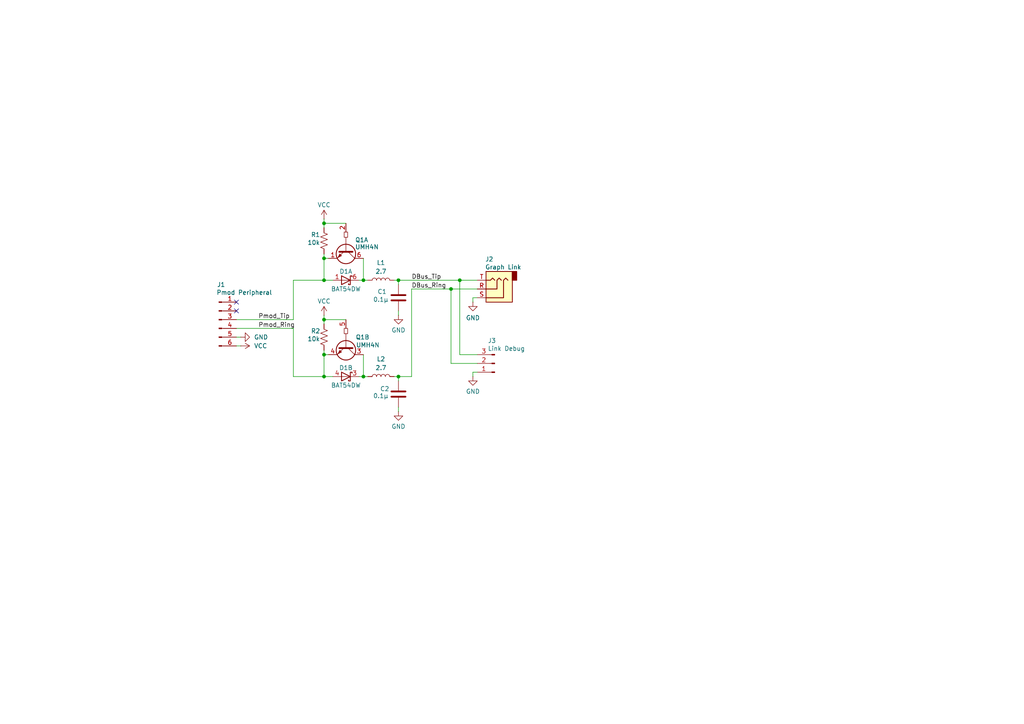
<source format=kicad_sch>
(kicad_sch (version 20250114) (generator "eeschema") (generator_version "9.0")
  (paper "A4")
  (lib_symbols
    (symbol "Connector:Conn_01x03_Pin" (pin_names (offset 1.016) (hide yes))
      (property "Reference" "J" (at 0 5.08 0))
      (property "Value" "Conn_01x03_Pin" (at 0 -5.08 0))
      (symbol "Conn_01x03_Pin_1_1"
        (rectangle (start 0.8636 2.667) (end 0 2.413) (stroke (width 0.1524)) (fill (type outline)))
        (rectangle (start 0.8636 0.127) (end 0 -0.127) (stroke (width 0.1524)) (fill (type outline)))
        (rectangle (start 0.8636 -2.413) (end 0 -2.667) (stroke (width 0.1524)) (fill (type outline)))
        (polyline (pts (xy 1.27 2.54) (xy 0.8636 2.54)) (stroke (width 0.1524)))
        (polyline (pts (xy 1.27 0) (xy 0.8636 0)) (stroke (width 0.1524)))
        (polyline (pts (xy 1.27 -2.54) (xy 0.8636 -2.54)) (stroke (width 0.1524)))
        (pin passive line (at 5.08 2.54 180) (length 3.81) (name "Pin_1") (number "1"))
        (pin passive line (at 5.08 0 180) (length 3.81) (name "Pin_2") (number "2"))
        (pin passive line (at 5.08 -2.54 180) (length 3.81) (name "Pin_3") (number "3"))
      )
    )
    (symbol "Connector:Conn_01x06_Pin" (pin_names (offset 1.016) (hide yes))
      (property "Reference" "J" (at 0 7.62 0))
      (property "Value" "Conn_01x06_Pin" (at 0 -10.16 0))
      (symbol "Conn_01x06_Pin_1_1"
        (rectangle (start 0.8636 5.207) (end 0 4.953) (stroke (width 0.1524)) (fill (type outline)))
        (rectangle (start 0.8636 2.667) (end 0 2.413) (stroke (width 0.1524)) (fill (type outline)))
        (rectangle (start 0.8636 0.127) (end 0 -0.127) (stroke (width 0.1524)) (fill (type outline)))
        (rectangle (start 0.8636 -2.413) (end 0 -2.667) (stroke (width 0.1524)) (fill (type outline)))
        (rectangle (start 0.8636 -4.953) (end 0 -5.207) (stroke (width 0.1524)) (fill (type outline)))
        (rectangle (start 0.8636 -7.493) (end 0 -7.747) (stroke (width 0.1524)) (fill (type outline)))
        (polyline (pts (xy 1.27 5.08) (xy 0.8636 5.08)) (stroke (width 0.1524)))
        (polyline (pts (xy 1.27 2.54) (xy 0.8636 2.54)) (stroke (width 0.1524)))
        (polyline (pts (xy 1.27 0) (xy 0.8636 0)) (stroke (width 0.1524)))
        (polyline (pts (xy 1.27 -2.54) (xy 0.8636 -2.54)) (stroke (width 0.1524)))
        (polyline (pts (xy 1.27 -5.08) (xy 0.8636 -5.08)) (stroke (width 0.1524)))
        (polyline (pts (xy 1.27 -7.62) (xy 0.8636 -7.62)) (stroke (width 0.1524)))
        (pin passive line (at 5.08 5.08 180) (length 3.81) (name "Pin_1") (number "1"))
        (pin passive line (at 5.08 2.54 180) (length 3.81) (name "Pin_2") (number "2"))
        (pin passive line (at 5.08 0 180) (length 3.81) (name "Pin_3") (number "3"))
        (pin passive line (at 5.08 -2.54 180) (length 3.81) (name "Pin_4") (number "4"))
        (pin passive line (at 5.08 -5.08 180) (length 3.81) (name "Pin_5") (number "5"))
        (pin passive line (at 5.08 -7.62 180) (length 3.81) (name "Pin_6") (number "6"))
      )
    )
    (symbol "Connector_Audio:AudioJack3"
      (property "Reference" "J" (at 0 8.89 0))
      (property "Value" "AudioJack3" (at 0 6.35 0))
      (symbol "AudioJack3_0_1"
        (rectangle (start -5.08 -5.08) (end -6.35 -2.54) (stroke (width 0.254)) (fill (type outline)))
        (polyline (pts (xy -1.905 -2.54) (xy -1.27 -3.175) (xy -0.635 -2.54) (xy -0.635 0) (xy 2.54 0)) (stroke (width 0.254)))
        (polyline (pts (xy 0 -2.54) (xy 0.635 -3.175) (xy 1.27 -2.54) (xy 2.54 -2.54)) (stroke (width 0.254)))
        (rectangle (start 2.54 3.81) (end -5.08 -5.08) (stroke (width 0.254)) (fill (type background)))
        (polyline (pts (xy 2.54 2.54) (xy -2.54 2.54) (xy -2.54 -2.54) (xy -3.175 -3.175) (xy -3.81 -2.54)) (stroke (width 0.254)))
      )
      (symbol "AudioJack3_1_1"
        (pin passive line (at 5.08 2.54 180) (length 2.54) (name "~") (number "S"))
        (pin passive line (at 5.08 0 180) (length 2.54) (name "~") (number "R"))
        (pin passive line (at 5.08 -2.54 180) (length 2.54) (name "~") (number "T"))
      )
    )
    (symbol "Device:C" (pin_numbers (hide yes)) (pin_names (offset 0.254))
      (property "Reference" "C" (at 0.635 2.54 0))
      (property "Value" "C" (at 0.635 -2.54 0))
      (symbol "C_0_1"
        (polyline (pts (xy -2.032 0.762) (xy 2.032 0.762)) (stroke (width 0.508)))
        (polyline (pts (xy -2.032 -0.762) (xy 2.032 -0.762)) (stroke (width 0.508)))
      )
      (symbol "C_1_1"
        (pin passive line (at 0 3.81 270) (length 2.794) (name "~") (number "1"))
        (pin passive line (at 0 -3.81 90) (length 2.794) (name "~") (number "2"))
      )
    )
    (symbol "Device:L" (pin_numbers (hide yes)) (pin_names (offset 1.016) (hide yes))
      (property "Reference" "L" (at -1.27 0 90))
      (property "Value" "L" (at 1.905 0 90))
      (symbol "L_0_1"
        (arc (start 0 2.54) (mid 0.6323 1.905) (end 0 1.27))
        (arc (start 0 1.27) (mid 0.6323 0.635) (end 0 0))
        (arc (start 0 0) (mid 0.6323 -0.635) (end 0 -1.27))
        (arc (start 0 -1.27) (mid 0.6323 -1.905) (end 0 -2.54))
      )
      (symbol "L_1_1"
        (pin passive line (at 0 3.81 270) (length 1.27) (name "1") (number "1"))
        (pin passive line (at 0 -3.81 90) (length 1.27) (name "2") (number "2"))
      )
    )
    (symbol "Device:R_US" (pin_numbers (hide yes)) (pin_names (offset 0))
      (property "Reference" "R" (at 2.54 0 90))
      (property "Value" "R_US" (at -2.54 0 90))
      (symbol "R_US_0_1"
        (polyline (pts (xy 0 2.286) (xy 0 2.54)))
        (polyline (pts (xy 0 2.286) (xy 1.016 1.905) (xy 0 1.524) (xy -1.016 1.143) (xy 0 0.762)))
        (polyline (pts (xy 0 0.762) (xy 1.016 0.381) (xy 0 0) (xy -1.016 -0.381) (xy 0 -0.762)))
        (polyline (pts (xy 0 -0.762) (xy 1.016 -1.143) (xy 0 -1.524) (xy -1.016 -1.905) (xy 0 -2.286)))
        (polyline (pts (xy 0 -2.286) (xy 0 -2.54)))
      )
      (symbol "R_US_1_1"
        (pin passive line (at 0 3.81 270) (length 1.27) (name "~") (number "1"))
        (pin passive line (at 0 -3.81 90) (length 1.27) (name "~") (number "2"))
      )
    )
    (symbol "Pmod_Symbols:D_Schottky_Dual" (pin_names (hide yes))
      (property "Reference" "D" (at -0.254 2.54 0))
      (property "Value" "BAT54DW" (at 0 -2.032 0))
      (symbol "D_Schottky_Dual_0_1"
        (polyline (pts (xy -1.27 1.27) (xy 1.27 0) (xy -1.27 -1.27) (xy -1.27 1.27) (xy -1.27 1.27) (xy -1.27 1.27)) (stroke (width 0.254)))
        (polyline (pts (xy 1.27 0) (xy -1.27 0)))
        (polyline (pts (xy 1.778 1.016) (xy 1.778 1.27) (xy 1.27 1.27) (xy 1.27 -1.27) (xy 0.762 -1.27) (xy 0.762 -1.016)) (stroke (width 0.254)))
      )
      (symbol "D_Schottky_Dual_1_1"
        (pin passive line (at -3.81 0 0) (length 2.54) (name "A") (number "1"))
        (pin passive line (at 3.81 0 180) (length 2.54) (name "K") (number "6"))
      )
      (symbol "D_Schottky_Dual_2_1"
        (pin passive line (at -3.81 0 0) (length 2.54) (name "A") (number "4"))
        (pin passive line (at 3.81 0 180) (length 2.54) (name "K") (number "3"))
      )
    )
    (symbol "Transistor_BJT:UMH3N" (pin_names (hide yes))
      (property "Reference" "Q" (at 7.62 1.27 0))
      (property "Value" "UMH3N" (at 7.62 -1.27 0))
      (symbol "UMH3N_0_1"
        (rectangle (start -6.35 0.508) (end -4.826 -0.508))
        (polyline (pts (xy -0.762 0) (xy -4.826 0)))
        (polyline (pts (xy -0.635 1.905) (xy -0.635 -1.905)) (stroke (width 0.508)))
        (polyline (pts (xy -0.635 0.635) (xy 1.27 2.54)))
        (polyline (pts (xy -0.635 -0.635) (xy 1.27 -2.54)))
        (polyline (pts (xy 0 -1.778) (xy 0.508 -1.27) (xy 1.016 -2.286) (xy 0 -1.778)) (fill (type outline)))
      )
      (symbol "UMH3N_1_1"
        (circle (center 0 0) (radius 2.8194) (stroke (width 0.254)))
        (pin input line (at -8.89 0 0) (length 2.54) (name "B1") (number "2"))
        (pin passive line (at 1.27 5.08 270) (length 2.54) (name "C1") (number "6"))
        (pin passive line (at 1.27 -5.08 90) (length 2.54) (name "E1") (number "1"))
      )
      (symbol "UMH3N_2_1"
        (circle (center 0 0) (radius 2.8194) (stroke (width 0.254)))
        (pin input line (at -8.89 0 0) (length 2.54) (name "B2") (number "5"))
        (pin passive line (at 1.27 5.08 270) (length 2.54) (name "C2") (number "3"))
        (pin passive line (at 1.27 -5.08 90) (length 2.54) (name "E2") (number "4"))
      )
    )
    (symbol "power:GND" (power) (pin_numbers (hide yes)) (pin_names (offset 0) (hide yes))
      (property "Value" "GND" (at 0 -3.81 0))
      (symbol "GND_0_1"
        (polyline (pts (xy 0 0) (xy 0 -1.27) (xy 1.27 -1.27) (xy 0 -2.54) (xy -1.27 -1.27) (xy 0 -1.27)))
      )
      (symbol "GND_1_1"
        (pin power_in line (at 0 0 270) (length 0) (name "~") (number "1"))
      )
    )
    (symbol "power:VCC" (power) (pin_numbers (hide yes)) (pin_names (offset 0) (hide yes))
      (property "Value" "VCC" (at 0 3.556 0))
      (symbol "VCC_0_1"
        (polyline (pts (xy -0.762 1.27) (xy 0 2.54)))
        (polyline (pts (xy 0 2.54) (xy 0.762 1.27)))
        (polyline (pts (xy 0 0) (xy 0 2.54)))
      )
      (symbol "VCC_1_1"
        (pin power_in line (at 0 0 90) (length 0) (name "~") (number "1"))
      )
    )
  )
  (junction (at 105.41 81.28))
  (junction (at 133.35 81.28))
  (junction (at 115.57 81.28))
  (junction (at 130.81 83.82))
  (junction (at 93.98 81.28))
  (junction (at 93.98 64.77))
  (junction (at 93.98 74.93))
  (junction (at 93.98 109.22))
  (junction (at 93.98 92.71))
  (junction (at 115.57 109.22))
  (junction (at 93.98 102.87))
  (junction (at 105.41 109.22))
  (no_connect (at 68.58 90.17))
  (no_connect (at 68.58 87.63))
  (wire (pts (xy 115.57 109.22) (xy 119.38 109.22)))
  (wire (pts (xy 105.41 81.28) (xy 106.68 81.28)))
  (wire (pts (xy 93.98 74.93) (xy 93.98 81.28)))
  (wire (pts (xy 133.35 81.28) (xy 138.43 81.28)))
  (wire (pts (xy 114.3 109.22) (xy 115.57 109.22)))
  (wire (pts (xy 85.09 95.25) (xy 85.09 109.22)))
  (wire (pts (xy 119.38 109.22) (xy 119.38 83.82)))
  (wire (pts (xy 133.35 102.87) (xy 133.35 81.28)))
  (wire (pts (xy 93.98 64.77) (xy 93.98 66.04)))
  (wire (pts (xy 68.58 95.25) (xy 85.09 95.25)))
  (wire (pts (xy 137.16 107.95) (xy 138.43 107.95)))
  (wire (pts (xy 115.57 81.28) (xy 115.57 82.55)))
  (wire (pts (xy 130.81 83.82) (xy 130.81 105.41)))
  (wire (pts (xy 130.81 83.82) (xy 138.43 83.82)))
  (wire (pts (xy 93.98 81.28) (xy 96.52 81.28)))
  (wire (pts (xy 95.25 74.93) (xy 93.98 74.93)))
  (wire (pts (xy 93.98 92.71) (xy 100.33 92.71)))
  (wire (pts (xy 115.57 109.22) (xy 115.57 110.49)))
  (wire (pts (xy 95.25 102.87) (xy 93.98 102.87)))
  (wire (pts (xy 119.38 83.82) (xy 130.81 83.82)))
  (wire (pts (xy 68.58 92.71) (xy 85.09 92.71)))
  (wire (pts (xy 68.58 100.33) (xy 69.85 100.33)))
  (wire (pts (xy 85.09 92.71) (xy 85.09 81.28)))
  (wire (pts (xy 105.41 102.87) (xy 105.41 109.22)))
  (wire (pts (xy 85.09 81.28) (xy 93.98 81.28)))
  (wire (pts (xy 115.57 118.11) (xy 115.57 119.38)))
  (wire (pts (xy 114.3 81.28) (xy 115.57 81.28)))
  (wire (pts (xy 115.57 81.28) (xy 133.35 81.28)))
  (wire (pts (xy 137.16 107.95) (xy 137.16 109.22)))
  (wire (pts (xy 104.14 81.28) (xy 105.41 81.28)))
  (wire (pts (xy 93.98 101.6) (xy 93.98 102.87)))
  (wire (pts (xy 93.98 63.5) (xy 93.98 64.77)))
  (wire (pts (xy 93.98 102.87) (xy 93.98 109.22)))
  (wire (pts (xy 93.98 64.77) (xy 100.33 64.77)))
  (wire (pts (xy 137.16 86.36) (xy 138.43 86.36)))
  (wire (pts (xy 104.14 109.22) (xy 105.41 109.22)))
  (wire (pts (xy 93.98 91.44) (xy 93.98 92.71)))
  (wire (pts (xy 93.98 109.22) (xy 96.52 109.22)))
  (wire (pts (xy 85.09 109.22) (xy 93.98 109.22)))
  (wire (pts (xy 93.98 92.71) (xy 93.98 93.98)))
  (wire (pts (xy 115.57 90.17) (xy 115.57 91.44)))
  (wire (pts (xy 133.35 102.87) (xy 138.43 102.87)))
  (wire (pts (xy 130.81 105.41) (xy 138.43 105.41)))
  (wire (pts (xy 137.16 87.63) (xy 137.16 86.36)))
  (wire (pts (xy 93.98 73.66) (xy 93.98 74.93)))
  (wire (pts (xy 105.41 109.22) (xy 106.68 109.22)))
  (wire (pts (xy 68.58 97.79) (xy 69.85 97.79)))
  (wire (pts (xy 105.41 74.93) (xy 105.41 81.28)))
  (label "Pmod_Ring" (at 74.93 95.25 0))
  (label "DBus_Tip" (at 119.38 81.28 0))
  (label "Pmod_Tip" (at 74.93 92.71 0))
  (label "DBus_Ring" (at 119.38 83.82 0))
  (symbol (lib_id "power:VCC") (at 69.85 100.33 270) (unit 1)
    (property "Reference" "#PWR01" (effects (hide yes)))
    (property "Value" "VCC" (at 73.66 100.3299 90) (effects (justify left)))
    (property "Description" "Power symbol creates a global label with name \"VCC\"" (effects (hide yes)))
  )
  (symbol (lib_id "power:GND") (at 137.16 109.22 0) (unit 1)
    (property "Reference" "#PWR06" (effects (hide yes)))
    (property "Value" "GND" (at 137.16 113.538 0))
    (property "Description" "Power symbol creates a global label with name \"GND\" , ground" (effects (hide yes)))
  )
  (symbol (lib_id "Device:C") (at 115.57 114.3 0) (unit 1)
    (property "Reference" "C2" (at 110.236 112.776 0) (effects (justify left)))
    (property "Value" "0.1µ" (at 108.204 114.808 0) (effects (justify left)))
    (property "Footprint" "Capacitor_SMD:C_0805_2012Metric_Pad1.18x1.45mm_HandSolder" (effects (hide yes)))
    (property "Description" "Unpolarized capacitor" (effects (hide yes)))
  )
  (symbol (lib_id "power:GND") (at 137.16 87.63 0) (unit 1)
    (property "Reference" "#PWR05" (effects (hide yes)))
    (property "Value" "GND" (at 137.16 92.202 0))
    (property "Description" "Power symbol creates a global label with name \"GND\" , ground" (effects (hide yes)))
  )
  (symbol (lib_id "Device:L") (at 110.49 109.22 90) (unit 1)
    (property "Reference" "L2" (at 110.49 104.14 90))
    (property "Value" "2.7" (at 110.49 106.68 90))
    (property "Footprint" "Inductor_SMD:L_1008_2520Metric_Pad1.43x2.20mm_HandSolder" (effects (hide yes)))
    (property "Description" "Inductor" (effects (hide yes)))
  )
  (symbol (lib_id "Device:R_US") (at 93.98 97.79 0) (unit 1)
    (property "Reference" "R2" (at 90.17 96.012 0) (effects (justify left)))
    (property "Value" "10k" (at 89.154 98.298 0) (effects (justify left)))
    (property "Footprint" "Resistor_SMD:R_0805_2012Metric_Pad1.20x1.40mm_HandSolder" (effects (hide yes)))
    (property "Description" "Resistor, US symbol" (effects (hide yes)))
  )
  (symbol (lib_id "Device:R_US") (at 93.98 69.85 0) (unit 1)
    (property "Reference" "R1" (at 90.17 68.072 0) (effects (justify left)))
    (property "Value" "10k" (at 89.154 70.358 0) (effects (justify left)))
    (property "Footprint" "Resistor_SMD:R_0805_2012Metric_Pad1.20x1.40mm_HandSolder" (effects (hide yes)))
    (property "Description" "Resistor, US symbol" (effects (hide yes)))
  )
  (symbol (lib_id "Transistor_BJT:UMH3N") (at 100.33 101.6 270) (unit 2)
    (property "Reference" "Q1" (at 105.156 97.79 90))
    (property "Value" "UMH4N" (at 106.68 100.076 90))
    (property "Footprint" "Package_TO_SOT_SMD:SOT-363_SC-70-6" (effects (hide yes)))
    (property "Datasheet" "http://rohmfs.rohm.com/en/products/databook/datasheet/discrete/transistor/digital/emh3t2r-e.pdf" (effects (hide yes)))
    (property "Description" "0.1A Ic, 50V Vce, Dual NPN Input Resistor Transistors, SOT-363" (effects (hide yes)))
  )
  (symbol (lib_id "power:GND") (at 69.85 97.79 90) (unit 1)
    (property "Reference" "#PWR02" (effects (hide yes)))
    (property "Value" "GND" (at 73.66 97.7899 90) (effects (justify right)))
    (property "Description" "Power symbol creates a global label with name \"GND\" , ground" (effects (hide yes)))
  )
  (symbol (lib_id "Transistor_BJT:UMH3N") (at 100.33 73.66 270) (unit 1)
    (property "Reference" "Q1" (at 104.902 69.596 90))
    (property "Value" "UMH4N" (at 106.426 71.628 90))
    (property "Footprint" "Package_TO_SOT_SMD:SOT-363_SC-70-6" (effects (hide yes)))
    (property "Datasheet" "http://rohmfs.rohm.com/en/products/databook/datasheet/discrete/transistor/digital/emh3t2r-e.pdf" (effects (hide yes)))
    (property "Description" "0.1A Ic, 50V Vce, Dual NPN Input Resistor Transistors, SOT-363" (effects (hide yes)))
  )
  (symbol (lib_id "power:VCC") (at 93.98 63.5 0) (unit 1)
    (property "Reference" "#PWR03" (effects (hide yes)))
    (property "Value" "VCC" (at 93.98 59.436 0))
    (property "Description" "Power symbol creates a global label with name \"VCC\"" (effects (hide yes)))
  )
  (symbol (lib_id "Pmod_Symbols:D_Schottky_Dual") (at 100.33 81.28 0) (unit 1)
    (property "Reference" "D1" (at 100.33 78.74 0))
    (property "Value" "BAT54DW" (at 100.33 83.82 0))
    (property "Footprint" "Package_TO_SOT_SMD:SOT-363_SC-70-6" (effects (hide yes)))
  )
  (symbol (lib_id "Pmod_Symbols:D_Schottky_Dual") (at 100.33 109.22 0) (unit 2)
    (property "Reference" "D1" (at 100.33 106.68 0))
    (property "Value" "BAT54DW" (at 100.33 111.76 0))
    (property "Footprint" "Package_TO_SOT_SMD:SOT-363_SC-70-6" (effects (hide yes)))
  )
  (symbol (lib_id "Connector_Audio:AudioJack3") (at 143.51 83.82 180) (unit 1)
    (property "Reference" "J2" (at 140.716 75.184 0) (effects (justify right)))
    (property "Value" "Graph Link" (at 140.716 77.47 0) (effects (justify right)))
    (property "Footprint" "pmod_library:Headphone_Jack_2.5mm_STX-2500-3NTR" (effects (hide yes)))
    (property "Description" "Audio Jack, 3 Poles (Stereo / TRS)" (effects (hide yes)))
  )
  (symbol (lib_id "Device:L") (at 110.49 81.28 90) (unit 1)
    (property "Reference" "L1" (at 110.49 76.2 90))
    (property "Value" "2.7" (at 110.49 78.74 90))
    (property "Footprint" "Inductor_SMD:L_1008_2520Metric_Pad1.43x2.20mm_HandSolder" (effects (hide yes)))
    (property "Description" "Inductor" (effects (hide yes)))
  )
  (symbol (lib_id "Device:C") (at 115.57 86.36 0) (unit 1)
    (property "Reference" "C1" (at 109.474 84.582 0) (effects (justify left)))
    (property "Value" "0.1µ" (at 108.204 86.868 0) (effects (justify left)))
    (property "Footprint" "Capacitor_SMD:C_0805_2012Metric_Pad1.18x1.45mm_HandSolder" (effects (hide yes)))
    (property "Description" "Unpolarized capacitor" (effects (hide yes)))
  )
  (symbol (lib_id "power:VCC") (at 93.98 91.44 0) (unit 1)
    (property "Reference" "#PWR07" (effects (hide yes)))
    (property "Value" "VCC" (at 93.98 87.376 0))
    (property "Description" "Power symbol creates a global label with name \"VCC\"" (effects (hide yes)))
  )
  (symbol (lib_id "Connector:Conn_01x03_Pin") (at 143.51 105.41 180) (unit 1)
    (property "Reference" "J3" (at 141.478 98.806 0) (effects (justify right)))
    (property "Value" "Link Debug" (at 141.478 101.092 0) (effects (justify right)))
    (property "Footprint" "Connector_PinHeader_2.54mm:PinHeader_1x03_P2.54mm_Vertical" (effects (hide yes)))
    (property "Description" "Generic connector, single row, 01x03, script generated" (effects (hide yes)))
  )
  (symbol (lib_id "power:GND") (at 115.57 91.44 0) (unit 1)
    (property "Reference" "#PWR04" (effects (hide yes)))
    (property "Value" "GND" (at 115.57 95.758 0))
    (property "Description" "Power symbol creates a global label with name \"GND\" , ground" (effects (hide yes)))
  )
  (symbol (lib_id "power:GND") (at 115.57 119.38 0) (unit 1)
    (property "Reference" "#PWR08" (effects (hide yes)))
    (property "Value" "GND" (at 115.57 123.698 0))
    (property "Description" "Power symbol creates a global label with name \"GND\" , ground" (effects (hide yes)))
  )
  (symbol (lib_id "Connector:Conn_01x06_Pin") (at 63.5 92.71 0) (unit 1)
    (property "Reference" "J1" (at 64.135 82.55 0))
    (property "Value" "Pmod Peripheral" (at 70.866 84.836 0))
    (property "Footprint" "pmod_library:Pmod_1x06_P2.54mm_Horizontal" (effects (hide yes)))
    (property "Description" "Generic connector, single row, 01x06, script generated" (effects (hide yes)))
  )
)
</source>
